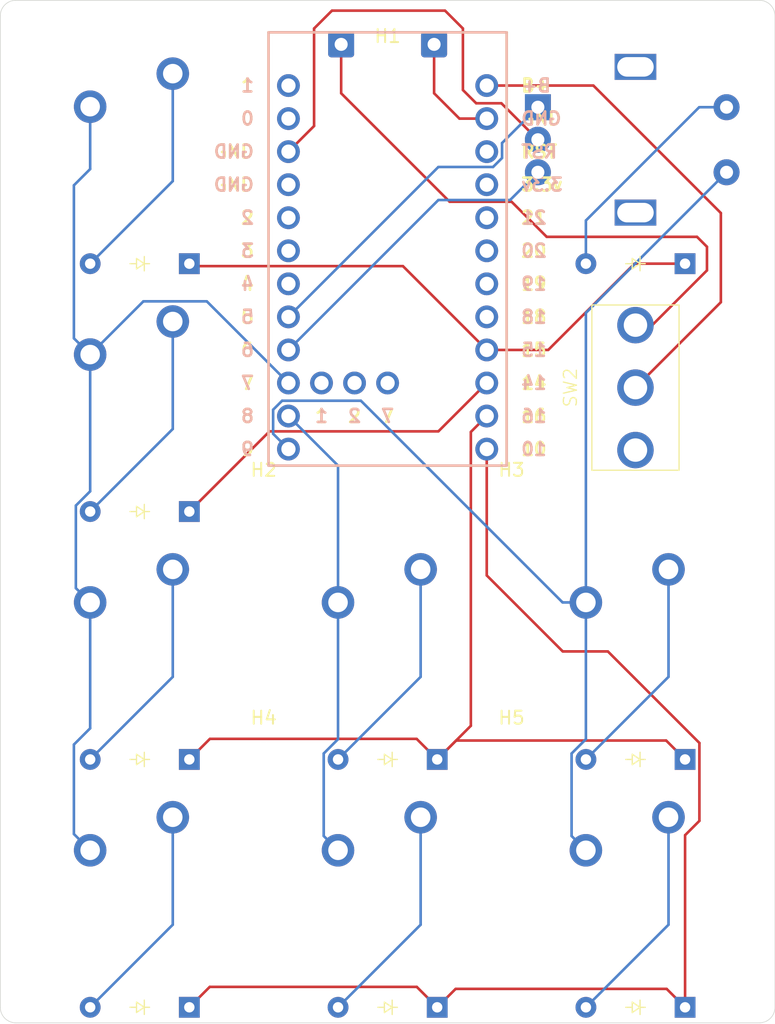
<source format=kicad_pcb>
(kicad_pcb (version 20241229) (generator "pcbnew") (generator_version "9.0")
  (layers (0 "F.Cu" signal) (2 "B.Cu" signal) (13 "F.Paste" user) (15 "B.Paste" user) (5 "F.SilkS" user "F.Silkscreen") (7 "B.SilkS" user "B.Silkscreen") (1 "F.Mask" user) (3 "B.Mask" user) (25 "Edge.Cuts" user))
  (net 0 "")
  (net 1 "Net-(SW2-A)")
  (net 2 "Net-(B-1-Pad1)")
  (net 3 "Net-(D1-A)")
  (net 4 "row_1")
  (net 5 "row_2")
  (net 6 "Net-(D2-A)")
  (net 7 "row_3")
  (net 8 "Net-(D3-A)")
  (net 9 "Net-(D4-A)")
  (net 10 "Net-(D5-A)")
  (net 11 "row_4")
  (net 12 "Net-(D6-A)")
  (net 13 "Net-(D7-A)")
  (net 14 "Net-(D8-A)")
  (net 15 "Net-(D9-A)")
  (net 16 "col_1")
  (net 17 "col_2")
  (net 18 "col_3")
  (net 19 "pin_b")
  (net 20 "gnd")
  (net 21 "pin_a")
  (net 22 "B+")
  (footprint "ScottoKeebs_Scotto:MX_Solder_1.00u" (layer "F.Cu") (at 85.725 42.8625)
    (property "Reference" "S1" (hide yes))
    (property "Value" "Keyswitch")
    (pad "" np_thru_hole circle (at -5.08 0) (size 1.75 1.75) (drill 1.75) (layers "*.Cu" "*.Mask"))
    (pad "" np_thru_hole circle (at 0 0) (size 4 4) (drill 4) (layers "*.Cu" "*.Mask"))
    (pad "" np_thru_hole circle (at 5.08 0) (size 1.75 1.75) (drill 1.75) (layers "*.Cu" "*.Mask"))
    (pad "1" thru_hole circle (at -3.81 -2.54) (size 2.5 2.5) (drill 1.5) (layers "*.Cu" "*.Mask") (net 16 "col_1"))
    (pad "2" thru_hole circle (at 2.54 -5.08) (size 2.5 2.5) (drill 1.5) (layers "*.Cu" "*.Mask") (net 3 "Net-(D1-A)"))
  )
  (footprint "ScottoKeebs_Components:Diode_DO-35" (layer "F.Cu") (at 89.5368 52.3886 180)
    (property "Reference" "D1" (hide yes))
    (property "Value" "Diode" (hide yes))
    (fp_line (start 4.06 0.4) (end 3.46 0) (stroke (width 0.1)) (layer "F.SilkS"))
    (fp_line (start 4.06 0) (end 4.56 0) (stroke (width 0.1)) (layer "F.SilkS"))
    (fp_line (start 4.06 -0.4) (end 4.06 0.4) (stroke (width 0.1)) (layer "F.SilkS"))
    (fp_line (start 3.46 0) (end 4.06 -0.4) (stroke (width 0.1)) (layer "F.SilkS"))
    (fp_line (start 3.46 -0.55) (end 3.46 0.55) (stroke (width 0.1)) (layer "F.SilkS"))
    (fp_line (start 3.06 0) (end 3.46 0) (stroke (width 0.1)) (layer "F.SilkS"))
    (pad "1" thru_hole rect (at 0 0 180) (size 1.6 1.6) (drill 0.8) (layers "*.Cu" "*.Mask") (net 4 "row_1"))
    (pad "2" thru_hole oval (at 7.62 0 180) (size 1.6 1.6) (drill 0.8) (layers "*.Cu" "*.Mask") (net 3 "Net-(D1-A)"))
  )
  (footprint "ScottoKeebs_Components:Diode_DO-35" (layer "F.Cu") (at 108.5872 90.4894 180)
    (property "Reference" "D4" (hide yes))
    (property "Value" "Diode" (hide yes))
    (fp_line (start 4.06 0.4) (end 3.46 0) (stroke (width 0.1)) (layer "F.SilkS"))
    (fp_line (start 4.06 0) (end 4.56 0) (stroke (width 0.1)) (layer "F.SilkS"))
    (fp_line (start 4.06 -0.4) (end 4.06 0.4) (stroke (width 0.1)) (layer "F.SilkS"))
    (fp_line (start 3.46 0) (end 4.06 -0.4) (stroke (width 0.1)) (layer "F.SilkS"))
    (fp_line (start 3.46 -0.55) (end 3.46 0.55) (stroke (width 0.1)) (layer "F.SilkS"))
    (fp_line (start 3.06 0) (end 3.46 0) (stroke (width 0.1)) (layer "F.SilkS"))
    (pad "1" thru_hole rect (at 0 0 180) (size 1.6 1.6) (drill 0.8) (layers "*.Cu" "*.Mask") (net 7 "row_3"))
    (pad "2" thru_hole oval (at 7.62 0 180) (size 1.6 1.6) (drill 0.8) (layers "*.Cu" "*.Mask") (net 9 "Net-(D4-A)"))
  )
  (footprint "ScottoKeebs_MCU:Nice_Nano_V2" (layer "F.Cu") (at 104.775 52.3875)
    (property "Reference" "U1" (hide yes))
    (property "Value" "Nice_Nano_V2" (hide yes))
    (fp_line (start -9.15 -17.78) (end -9.15 15.52) (stroke (width 0.2)) (layer "F.SilkS"))
    (fp_line (start 9.15 -17.78) (end -9.15 -17.78) (stroke (width 0.2)) (layer "F.SilkS"))
    (fp_line (start 9.15 -17.78) (end 9.15 15.52) (stroke (width 0.2)) (layer "F.SilkS"))
    (fp_line (start 9.15 15.52) (end -9.15 15.52) (stroke (width 0.2)) (layer "F.SilkS"))
    (fp_line (start -9.15 15.52) (end -9.15 -17.78) (stroke (width 0.2)) (layer "B.SilkS"))
    (fp_line (start 9.15 -17.78) (end -9.15 -17.78) (stroke (width 0.2)) (layer "B.SilkS"))
    (fp_line (start 9.15 15.52) (end -9.15 15.52) (stroke (width 0.2)) (layer "B.SilkS"))
    (fp_line (start 9.15 15.52) (end 9.15 -17.78) (stroke (width 0.2)) (layer "B.SilkS"))
    (fp_text user "10" (at 10.16 14.25 0) (layer "F.SilkS") (effects (font (thickness 0.2) (bold yes)) (justify left)))
    (fp_text user "16" (at 10.16 11.71 0) (layer "F.SilkS") (effects (font (thickness 0.2) (bold yes)) (justify left)))
    (fp_text user "0" (at -10.16 -11.15 0) (layer "F.SilkS") (effects (font (thickness 0.2) (bold yes)) (justify right)))
    (fp_text user "GND" (at -10.16 -6.07 0) (layer "F.SilkS") (effects (font (thickness 0.2) (bold yes)) (justify right)))
    (fp_text user "2" (at -10.16 -3.53 0) (layer "F.SilkS") (effects (font (thickness 0.2) (bold yes)) (justify right)))
    (fp_text user "19" (at 10.16 1.55 0) (layer "F.SilkS") (effects (font (thickness 0.2) (bold yes)) (justify left)))
    (fp_text user "6" (at -10.16 6.63 0) (layer "F.SilkS") (effects (font (thickness 0.2) (bold yes)) (justify right)))
    (fp_text user "3.3v" (at 10.16 -6.07 0) (layer "F.SilkS") (effects (font (thickness 0.2) (bold yes)) (justify left)))
    (fp_text user "18" (at 10.16 4.09 0) (layer "F.SilkS") (effects (font (thickness 0.2) (bold yes)) (justify left)))
    (fp_text user "3" (at -10.16 -0.99 0) (layer "F.SilkS") (effects (font (thickness 0.2) (bold yes)) (justify right)))
    (fp_text user "GND" (at -10.16 -8.61 0) (layer "F.SilkS") (effects (font (thickness 0.2) (bold yes)) (justify right)))
    (fp_text user "20" (at 10.16 -0.99 0) (layer "F.SilkS") (effects (font (thickness 0.2) (bold yes)) (justify left)))
    (fp_text user "GND" (at 10.16 -11.15 0) (layer "F.SilkS") (effects (font (thickness 0.2) (bold yes)) (justify left)))
    (fp_text user "1" (at -5.08 11.71 0) (layer "F.SilkS") (effects (font (thickness 0.2) (bold yes))))
    (fp_text user "B+" (at 10.16 -13.69 0) (layer "F.SilkS") (effects (font (thickness 0.2) (bold yes)) (justify left)))
    (fp_text user "4" (at -10.16 1.55 0) (layer "F.SilkS") (effects (font (thickness 0.2) (bold yes)) (justify right)))
    (fp_text user "7" (at 0 11.709998 0) (layer "F.SilkS") (effects (font (thickness 0.2) (bold yes))))
    (fp_text user "8" (at -10.16 11.71 0) (layer "F.SilkS") (effects (font (thickness 0.2) (bold yes)) (justify right)))
    (fp_text user "21" (at 10.16 -3.53 0) (layer "F.SilkS") (effects (font (thickness 0.2) (bold yes)) (justify left)))
    (fp_text user "9" (at -10.16 14.25 0) (layer "F.SilkS") (effects (font (thickness 0.2) (bold yes)) (justify right)))
    (fp_text user "1" (at -10.16 -13.69 0) (layer "F.SilkS") (effects (font (thickness 0.2) (bold yes)) (justify right)))
    (fp_text user "14" (at 10.16 9.17 0) (layer "F.SilkS") (effects (font (thickness 0.2) (bold yes)) (justify left)))
    (fp_text user "5" (at -10.16 4.09 0) (layer "F.SilkS") (effects (font (thickness 0.2) (bold yes)) (justify right)))
    (fp_text user "2" (at -2.54 11.71 0) (layer "F.SilkS") (effects (font (thickness 0.2) (bold yes))))
    (fp_text user "15" (at 10.16 6.63 0) (layer "F.SilkS") (effects (font (thickness 0.2) (bold yes)) (justify left)))
    (fp_text user "7" (at -10.16 9.17 0) (layer "F.SilkS") (effects (font (thickness 0.2) (bold yes)) (justify right)))
    (fp_text user "RST" (at 10.16 -8.61 0) (layer "F.SilkS") (effects (font (thickness 0.2) (bold yes)) (justify left)))
    (fp_text user "7" (at -10.16 9.17 0) (layer "B.SilkS") (effects (font (thickness 0.2) (bold yes)) (justify left mirror)))
    (fp_text user "GND" (at -10.16 -6.07 0) (layer "B.SilkS") (effects (font (thickness 0.2) (bold yes)) (justify left mirror)))
    (fp_text user "3" (at -10.16 -0.99 0) (layer "B.SilkS") (effects (font (thickness 0.2) (bold yes)) (justify left mirror)))
    (fp_text user "20" (at 10.16 -0.99 0) (layer "B.SilkS") (effects (font (thickness 0.2) (bold yes)) (justify right mirror)))
    (fp_text user "7" (at 0 11.709998 0) (layer "B.SilkS") (effects (font (thickness 0.2) (bold yes)) (justify mirror)))
    (fp_text user "1" (at -10.16 -13.69 0) (layer "B.SilkS") (effects (font (thickness 0.2) (bold yes)) (justify left mirror)))
    (fp_text user "8" (at -10.16 11.71 0) (layer "B.SilkS") (effects (font (thickness 0.2) (bold yes)) (justify left mirror)))
    (fp_text user "2" (at -10.16 -3.53 0) (layer "B.SilkS") (effects (font (thickness 0.2) (bold yes)) (justify left mirror)))
    (fp_text user "2" (at -2.54 11.71 0) (layer "B.SilkS") (effects (font (thickness 0.2) (bold yes)) (justify mirror)))
    (fp_text user "16" (at 10.16 11.71 0) (layer "B.SilkS") (effects (font (thickness 0.2) (bold yes)) (justify right mirror)))
    (fp_text user "GND" (at 10.16 -11.15 0) (layer "B.SilkS") (effects (font (thickness 0.2) (bold yes)) (justify right mirror)))
    (fp_text user "RST" (at 10.16 -8.61 0) (layer "B.SilkS") (effects (font (thickness 0.2) (bold yes)) (justify right mirror)))
    (fp_text user "19" (at 10.16 1.55 0) (layer "B.SilkS") (effects (font (thickness 0.2) (bold yes)) (justify right mirror)))
    (fp_text user "21" (at 10.16 -3.53 0) (layer "B.SilkS") (effects (font (thickness 0.2) (bold yes)) (justify right mirror)))
    (fp_text user "14" (at 10.16 9.17 0) (layer "B.SilkS") (effects (font (thickness 0.2) (bold yes)) (justify right mirror)))
    (fp_text user "9" (at -10.16 14.25 0) (layer "B.SilkS") (effects (font (thickness 0.2) (bold yes)) (justify left mirror)))
    (fp_text user "0" (at -10.16 -11.15 0) (layer "B.SilkS") (effects (font (thickness 0.2) (bold yes)) (justify left mirror)))
    (fp_text user "B+" (at 10.16 -13.69 0) (layer "B.SilkS") (effects (font (thickness 0.2) (bold yes)) (justify right mirror)))
    (fp_text user "3.3v" (at 10.16 -6.07 0) (layer "B.SilkS") (effects (font (thickness 0.2) (bold yes)) (justify right mirror)))
    (fp_text user "18" (at 10.16 4.09 0) (layer "B.SilkS") (effects (font (thickness 0.2) (bold yes)) (justify right mirror)))
    (fp_text user "15" (at 10.16 6.63 0) (layer "B.SilkS") (effects (font (thickness 0.2) (bold yes)) (justify right mirror)))
    (fp_text user "10" (at 10.16 14.25 0) (layer "B.SilkS") (effects (font (thickness 0.2) (bold yes)) (justify right mirror)))
    (fp_text user "6" (at -10.16 6.63 0) (layer "B.SilkS") (effects (font (thickness 0.2) (bold yes)) (justify left mirror)))
    (fp_text user "5" (at -10.16 4.09 0) (layer "B.SilkS") (effects (font (thickness 0.2) (bold yes)) (justify left mirror)))
    (fp_text user "1" (at -5.08 11.71 0) (layer "B.SilkS") (effects (font (thickness 0.2) (bold yes)) (justify mirror)))
    (fp_text user "4" (at -10.16 1.55 0) (layer "B.SilkS") (effects (font (thickness 0.2) (bold yes)) (justify left mirror)))
    (fp_text user "GND" (at -10.16 -8.61 0) (layer "B.SilkS") (effects (font (thickness 0.2) (bold yes)) (justify left mirror)))
    (pad "1" thru_hole circle (at -7.62 -13.69 270) (size 1.7526 1.7526) (drill 1.0922) (layers "*.Cu" "*.Mask"))
    (pad "2" thru_hole circle (at -7.62 -11.15 270) (size 1.7526 1.7526) (drill 1.0922) (layers "*.Cu" "*.Mask"))
    (pad "3" thru_hole circle (at -7.62 -8.61 270) (size 1.7526 1.7526) (drill 1.0922) (layers "*.Cu" "*.Mask") (net 20 "gnd"))
    (pad "4" thru_hole circle (at -7.62 -6.07 270) (size 1.7526 1.7526) (drill 1.0922) (layers "*.Cu" "*.Mask"))
    (pad "5" thru_hole circle (at -7.62 -3.53 270) (size 1.7526 1.7526) (drill 1.0922) (layers "*.Cu" "*.Mask"))
    (pad "6" thru_hole circle (at -7.62 -0.99 270) (size 1.7526 1.7526) (drill 1.0922) (layers "*.Cu" "*.Mask"))
    (pad "7" thru_hole circle (at -7.62 1.55 270) (size 1.7526 1.7526) (drill 1.0922) (layers "*.Cu" "*.Mask"))
    (pad "8" thru_hole circle (at -7.62 4.09 270) (size 1.7526 1.7526) (drill 1.0922) (layers "*.Cu" "*.Mask") (net 21 "pin_a"))
    (pad "9" thru_hole circle (at -7.62 6.63 270) (size 1.7526 1.7526) (drill 1.0922) (layers "*.Cu" "*.Mask") (net 19 "pin_b"))
    (pad "10" thru_hole circle (at -7.62 9.17 270) (size 1.7526 1.7526) (drill 1.0922) (layers "*.Cu" "*.Mask") (net 16 "col_1"))
    (pad "11" thru_hole circle (at -7.62 11.71 270) (size 1.7526 1.7526) (drill 1.0922) (layers "*.Cu" "*.Mask") (net 17 "col_2"))
    (pad "12" thru_hole circle (at -7.62 14.25 270) (size 1.7526 1.7526) (drill 1.0922) (layers "*.Cu" "*.Mask") (net 18 "col_3"))
    (pad "13" thru_hole circle (at 7.62 14.25 270) (size 1.7526 1.7526) (drill 1.0922) (layers "*.Cu" "*.Mask") (net 11 "row_4"))
    (pad "14" thru_hole circle (at 7.62 11.71 270) (size 1.7526 1.7526) (drill 1.0922) (layers "*.Cu" "*.Mask") (net 7 "row_3"))
    (pad "15" thru_hole circle (at 7.62 9.17 270) (size 1.7526 1.7526) (drill 1.0922) (layers "*.Cu" "*.Mask") (net 5 "row_2"))
    (pad "16" thru_hole circle (at 7.62 6.63 270) (size 1.7526 1.7526) (drill 1.0922) (layers "*.Cu" "*.Mask") (net 4 "row_1"))
    (pad "17" thru_hole circle (at 7.62 4.09 270) (size 1.7526 1.7526) (drill 1.0922) (layers "*.Cu" "*.Mask"))
    (pad "18" thru_hole circle (at 7.62 1.55 270) (size 1.7526 1.7526) (drill 1.0922) (layers "*.Cu" "*.Mask"))
    (pad "19" thru_hole circle (at 7.62 -0.99 270) (size 1.7526 1.7526) (drill 1.0922) (layers "*.Cu" "*.Mask"))
    (pad "20" thru_hole circle (at 7.62 -3.53 270) (size 1.7526 1.7526) (drill 1.0922) (layers "*.Cu" "*.Mask"))
    (pad "21" thru_hole circle (at 7.62 -6.07 270) (size 1.7526 1.7526) (drill 1.0922) (layers "*.Cu" "*.Mask"))
    (pad "22" thru_hole circle (at 7.62 -8.61 270) (size 1.7526 1.7526) (drill 1.0922) (layers "*.Cu" "*.Mask"))
    (pad "23" thru_hole circle (at 7.62 -11.15 270) (size 1.7526 1.7526) (drill 1.0922) (layers "*.Cu" "*.Mask") (net 2 "Net-(B-1-Pad1)"))
    (pad "24" thru_hole circle (at 7.62 -13.69 270) (size 1.7526 1.7526) (drill 1.0922) (layers "*.Cu" "*.Mask") (net 22 "B+"))
    (pad "25" thru_hole circle (at -5.08 9.17) (size 1.7526 1.7526) (drill 1.0922) (layers "*.Cu" "*.Mask"))
    (pad "26" thru_hole circle (at -2.54 9.17) (size 1.7526 1.7526) (drill 1.0922) (layers "*.Cu" "*.Mask"))
    (pad "27" thru_hole circle (at 0 9.17) (size 1.7526 1.7526) (drill 1.0922) (layers "*.Cu" "*.Mask"))
  )
  (footprint "ScottoKeebs_Scotto:MX_Solder_1.00u" (layer "F.Cu") (at 123.825 100.0125)
    (property "Reference" "S8" (hide yes))
    (property "Value" "Keyswitch")
    (pad "" np_thru_hole circle (at -5.08 0) (size 1.75 1.75) (drill 1.75) (layers "*.Cu" "*.Mask"))
    (pad "" np_thru_hole circle (at 0 0) (size 4 4) (drill 4) (layers "*.Cu" "*.Mask"))
    (pad "" np_thru_hole circle (at 5.08 0) (size 1.75 1.75) (drill 1.75) (layers "*.Cu" "*.Mask"))
    (pad "1" thru_hole circle (at -3.81 -2.54) (size 2.5 2.5) (drill 1.5) (layers "*.Cu" "*.Mask") (net 18 "col_3"))
    (pad "2" thru_hole circle (at 2.54 -5.08) (size 2.5 2.5) (drill 1.5) (layers "*.Cu" "*.Mask") (net 14 "Net-(D8-A)"))
  )
  (footprint "MountingHole:MountingHole_2.2mm_M2" (layer "F.Cu") (at 104.775 38.1008)
    (property "Reference" "H1" (at 0 -3.2 0) (layer "F.SilkS"))
    (property "Value" "Mounting_Hole")
    (pad "" np_thru_hole circle (at 0 0) (size 2.2 2.2) (drill 2.2) (layers "*.Cu" "*.Mask"))
  )
  (footprint "ScottoKeebs_Scotto:MX_Solder_1.00u" (layer "F.Cu") (at 85.725 61.9125)
    (property "Reference" "S2" (hide yes))
    (property "Value" "Keyswitch")
    (pad "" np_thru_hole circle (at -5.08 0) (size 1.75 1.75) (drill 1.75) (layers "*.Cu" "*.Mask"))
    (pad "" np_thru_hole circle (at 0 0) (size 4 4) (drill 4) (layers "*.Cu" "*.Mask"))
    (pad "" np_thru_hole circle (at 5.08 0) (size 1.75 1.75) (drill 1.75) (layers "*.Cu" "*.Mask"))
    (pad "1" thru_hole circle (at -3.81 -2.54) (size 2.5 2.5) (drill 1.5) (layers "*.Cu" "*.Mask") (net 16 "col_1"))
    (pad "2" thru_hole circle (at 2.54 -5.08) (size 2.5 2.5) (drill 1.5) (layers "*.Cu" "*.Mask") (net 6 "Net-(D2-A)"))
  )
  (footprint "ScottoKeebs_Scotto:Encoder_EC11_MX" (layer "F.Cu") (at 123.825 42.8625)
    (property "Reference" "SW1" (hide yes))
    (property "Value" "RotaryEncoder_Switch" (hide yes))
    (pad "A" thru_hole rect (at -7.5 -2.5) (size 2 2) (drill 1) (layers "*.Cu" "*.Mask") (net 21 "pin_a"))
    (pad "B" thru_hole circle (at -7.5 2.5) (size 2 2) (drill 1) (layers "*.Cu" "*.Mask") (net 19 "pin_b"))
    (pad "C" thru_hole circle (at -7.5 0) (size 2 2) (drill 1) (layers "*.Cu" "*.Mask") (net 20 "gnd"))
    (pad "MP" thru_hole rect (at 0 -5.6) (size 3.2 2) (drill oval 2.8 1.5) (layers "*.Cu" "*.Mask"))
    (pad "MP" thru_hole rect (at 0 5.6) (size 3.2 2) (drill oval 2.8 1.5) (layers "*.Cu" "*.Mask"))
    (pad "S1" thru_hole circle (at 7 2.5) (size 2 2) (drill 1) (layers "*.Cu" "*.Mask") (net 18 "col_3"))
    (pad "S2" thru_hole circle (at 7 -2.5) (size 2 2) (drill 1) (layers "*.Cu" "*.Mask") (net 15 "Net-(D9-A)"))
  )
  (footprint "ScottoKeebs_Scotto:MX_Solder_1.00u" (layer "F.Cu") (at 104.775 80.9625)
    (property "Reference" "S4" (hide yes))
    (property "Value" "Keyswitch")
    (pad "" np_thru_hole circle (at -5.08 0) (size 1.75 1.75) (drill 1.75) (layers "*.Cu" "*.Mask"))
    (pad "" np_thru_hole circle (at 0 0) (size 4 4) (drill 4) (layers "*.Cu" "*.Mask"))
    (pad "" np_thru_hole circle (at 5.08 0) (size 1.75 1.75) (drill 1.75) (layers "*.Cu" "*.Mask"))
    (pad "1" thru_hole circle (at -3.81 -2.54) (size 2.5 2.5) (drill 1.5) (layers "*.Cu" "*.Mask") (net 17 "col_2"))
    (pad "2" thru_hole circle (at 2.54 -5.08) (size 2.5 2.5) (drill 1.5) (layers "*.Cu" "*.Mask") (net 9 "Net-(D4-A)"))
  )
  (footprint "ScottoKeebs_Components:Diode_DO-35" (layer "F.Cu") (at 108.5872 109.5398 180)
    (property "Reference" "D7" (hide yes))
    (property "Value" "Diode" (hide yes))
    (fp_line (start 4.06 0.4) (end 3.46 0) (stroke (width 0.1)) (layer "F.SilkS"))
    (fp_line (start 4.06 0) (end 4.56 0) (stroke (width 0.1)) (layer "F.SilkS"))
    (fp_line (start 4.06 -0.4) (end 4.06 0.4) (stroke (width 0.1)) (layer "F.SilkS"))
    (fp_line (start 3.46 0) (end 4.06 -0.4) (stroke (width 0.1)) (layer "F.SilkS"))
    (fp_line (start 3.46 -0.55) (end 3.46 0.55) (stroke (width 0.1)) (layer "F.SilkS"))
    (fp_line (start 3.06 0) (end 3.46 0) (stroke (width 0.1)) (layer "F.SilkS"))
    (pad "1" thru_hole rect (at 0 0 180) (size 1.6 1.6) (drill 0.8) (layers "*.Cu" "*.Mask") (net 11 "row_4"))
    (pad "2" thru_hole oval (at 7.62 0 180) (size 1.6 1.6) (drill 0.8) (layers "*.Cu" "*.Mask") (net 13 "Net-(D7-A)"))
  )
  (footprint "ScottoKeebs_Scotto:MX_Solder_1.00u" (layer "F.Cu") (at 123.825 80.9625)
    (property "Reference" "S5" (hide yes))
    (property "Value" "Keyswitch")
    (pad "" np_thru_hole circle (at -5.08 0) (size 1.75 1.75) (drill 1.75) (layers "*.Cu" "*.Mask"))
    (pad "" np_thru_hole circle (at 0 0) (size 4 4) (drill 4) (layers "*.Cu" "*.Mask"))
    (pad "" np_thru_hole circle (at 5.08 0) (size 1.75 1.75) (drill 1.75) (layers "*.Cu" "*.Mask"))
    (pad "1" thru_hole circle (at -3.81 -2.54) (size 2.5 2.5) (drill 1.5) (layers "*.Cu" "*.Mask") (net 18 "col_3"))
    (pad "2" thru_hole circle (at 2.54 -5.08) (size 2.5 2.5) (drill 1.5) (layers "*.Cu" "*.Mask") (net 10 "Net-(D5-A)"))
  )
  (footprint "MountingHole:MountingHole_2.2mm_M2" (layer "F.Cu") (at 95.25 71.4375)
    (property "Reference" "H2" (at 0 -3.2 0) (layer "F.SilkS"))
    (property "Value" "Mounting_Hole")
    (pad "" np_thru_hole circle (at 0 0) (size 2.2 2.2) (drill 2.2) (layers "*.Cu" "*.Mask"))
  )
  (footprint "ScottoKeebs_Scotto:MX_Solder_1.00u" (layer "F.Cu") (at 85.725 100.0125)
    (property "Reference" "S6" (hide yes))
    (property "Value" "Keyswitch")
    (pad "" np_thru_hole circle (at -5.08 0) (size 1.75 1.75) (drill 1.75) (layers "*.Cu" "*.Mask"))
    (pad "" np_thru_hole circle (at 0 0) (size 4 4) (drill 4) (layers "*.Cu" "*.Mask"))
    (pad "" np_thru_hole circle (at 5.08 0) (size 1.75 1.75) (drill 1.75) (layers "*.Cu" "*.Mask"))
    (pad "1" thru_hole circle (at -3.81 -2.54) (size 2.5 2.5) (drill 1.5) (layers "*.Cu" "*.Mask") (net 16 "col_1"))
    (pad "2" thru_hole circle (at 2.54 -5.08) (size 2.5 2.5) (drill 1.5) (layers "*.Cu" "*.Mask") (net 12 "Net-(D6-A)"))
  )
  (footprint "ScottoKeebs_Components:Diode_DO-35" (layer "F.Cu") (at 127.6376 90.4894 180)
    (property "Reference" "D5" (hide yes))
    (property "Value" "Diode" (hide yes))
    (fp_line (start 4.06 0.4) (end 3.46 0) (stroke (width 0.1)) (layer "F.SilkS"))
    (fp_line (start 4.06 0) (end 4.56 0) (stroke (width 0.1)) (layer "F.SilkS"))
    (fp_line (start 4.06 -0.4) (end 4.06 0.4) (stroke (width 0.1)) (layer "F.SilkS"))
    (fp_line (start 3.46 0) (end 4.06 -0.4) (stroke (width 0.1)) (layer "F.SilkS"))
    (fp_line (start 3.46 -0.55) (end 3.46 0.55) (stroke (width 0.1)) (layer "F.SilkS"))
    (fp_line (start 3.06 0) (end 3.46 0) (stroke (width 0.1)) (layer "F.SilkS"))
    (pad "1" thru_hole rect (at 0 0 180) (size 1.6 1.6) (drill 0.8) (layers "*.Cu" "*.Mask") (net 7 "row_3"))
    (pad "2" thru_hole oval (at 7.62 0 180) (size 1.6 1.6) (drill 0.8) (layers "*.Cu" "*.Mask") (net 10 "Net-(D5-A)"))
  )
  (footprint "ScottoKeebs_Components:Diode_DO-35" (layer "F.Cu") (at 127.6376 109.5398 180)
    (property "Reference" "D8" (hide yes))
    (property "Value" "Diode" (hide yes))
    (fp_line (start 4.06 0.4) (end 3.46 0) (stroke (width 0.1)) (layer "F.SilkS"))
    (fp_line (start 4.06 0) (end 4.56 0) (stroke (width 0.1)) (layer "F.SilkS"))
    (fp_line (start 4.06 -0.4) (end 4.06 0.4) (stroke (width 0.1)) (layer "F.SilkS"))
    (fp_line (start 3.46 0) (end 4.06 -0.4) (stroke (width 0.1)) (layer "F.SilkS"))
    (fp_line (start 3.46 -0.55) (end 3.46 0.55) (stroke (width 0.1)) (layer "F.SilkS"))
    (fp_line (start 3.06 0) (end 3.46 0) (stroke (width 0.1)) (layer "F.SilkS"))
    (pad "1" thru_hole rect (at 0 0 180) (size 1.6 1.6) (drill 0.8) (layers "*.Cu" "*.Mask") (net 11 "row_4"))
    (pad "2" thru_hole oval (at 7.62 0 180) (size 1.6 1.6) (drill 0.8) (layers "*.Cu" "*.Mask") (net 14 "Net-(D8-A)"))
  )
  (footprint "ScottoKeebs_Components:Diode_DO-35" (layer "F.Cu") (at 89.5368 90.4894 180)
    (property "Reference" "D3" (hide yes))
    (property "Value" "Diode" (hide yes))
    (fp_line (start 4.06 0.4) (end 3.46 0) (stroke (width 0.1)) (layer "F.SilkS"))
    (fp_line (start 4.06 0) (end 4.56 0) (stroke (width 0.1)) (layer "F.SilkS"))
    (fp_line (start 4.06 -0.4) (end 4.06 0.4) (stroke (width 0.1)) (layer "F.SilkS"))
    (fp_line (start 3.46 0) (end 4.06 -0.4) (stroke (width 0.1)) (layer "F.SilkS"))
    (fp_line (start 3.46 -0.55) (end 3.46 0.55) (stroke (width 0.1)) (layer "F.SilkS"))
    (fp_line (start 3.06 0) (end 3.46 0) (stroke (width 0.1)) (layer "F.SilkS"))
    (pad "1" thru_hole rect (at 0 0 180) (size 1.6 1.6) (drill 0.8) (layers "*.Cu" "*.Mask") (net 7 "row_3"))
    (pad "2" thru_hole oval (at 7.62 0 180) (size 1.6 1.6) (drill 0.8) (layers "*.Cu" "*.Mask") (net 8 "Net-(D3-A)"))
  )
  (footprint "ScottoKeebs_Scotto:MX_Solder_1.00u" (layer "F.Cu") (at 104.775 100.0125)
    (property "Reference" "S7" (hide yes))
    (property "Value" "Keyswitch")
    (pad "" np_thru_hole circle (at -5.08 0) (size 1.75 1.75) (drill 1.75) (layers "*.Cu" "*.Mask"))
    (pad "" np_thru_hole circle (at 0 0) (size 4 4) (drill 4) (layers "*.Cu" "*.Mask"))
    (pad "" np_thru_hole circle (at 5.08 0) (size 1.75 1.75) (drill 1.75) (layers "*.Cu" "*.Mask"))
    (pad "1" thru_hole circle (at -3.81 -2.54) (size 2.5 2.5) (drill 1.5) (layers "*.Cu" "*.Mask") (net 17 "col_2"))
    (pad "2" thru_hole circle (at 2.54 -5.08) (size 2.5 2.5) (drill 1.5) (layers "*.Cu" "*.Mask") (net 13 "Net-(D7-A)"))
  )
  (footprint "ScottoKeebs_Components:Diode_DO-35" (layer "F.Cu") (at 89.5368 109.5375 180)
    (property "Reference" "D6" (hide yes))
    (property "Value" "Diode" (hide yes))
    (fp_line (start 4.06 0.4) (end 3.46 0) (stroke (width 0.1)) (layer "F.SilkS"))
    (fp_line (start 4.06 0) (end 4.56 0) (stroke (width 0.1)) (layer "F.SilkS"))
    (fp_line (start 4.06 -0.4) (end 4.06 0.4) (stroke (width 0.1)) (layer "F.SilkS"))
    (fp_line (start 3.46 0) (end 4.06 -0.4) (stroke (width 0.1)) (layer "F.SilkS"))
    (fp_line (start 3.46 -0.55) (end 3.46 0.55) (stroke (width 0.1)) (layer "F.SilkS"))
    (fp_line (start 3.06 0) (end 3.46 0) (stroke (width 0.1)) (layer "F.SilkS"))
    (pad "1" thru_hole rect (at 0 0 180) (size 1.6 1.6) (drill 0.8) (layers "*.Cu" "*.Mask") (net 11 "row_4"))
    (pad "2" thru_hole oval (at 7.62 0 180) (size 1.6 1.6) (drill 0.8) (layers "*.Cu" "*.Mask") (net 12 "Net-(D6-A)"))
  )
  (footprint "MountingHole:MountingHole_2.2mm_M2" (layer "F.Cu") (at 114.3 90.4875)
    (property "Reference" "H5" (at 0 -3.2 0) (layer "F.SilkS"))
    (property "Value" "Mounting_Hole")
    (pad "" np_thru_hole circle (at 0 0) (size 2.2 2.2) (drill 2.2) (layers "*.Cu" "*.Mask"))
  )
  (footprint "MountingHole:MountingHole_2.2mm_M2" (layer "F.Cu") (at 95.25 90.4875)
    (property "Reference" "H4" (at 0 -3.2 0) (layer "F.SilkS"))
    (property "Value" "Mounting_Hole")
    (pad "" np_thru_hole circle (at 0 0) (size 2.2 2.2) (drill 2.2) (layers "*.Cu" "*.Mask"))
  )
  (footprint "ScottoKeebs_Scotto:MX_Solder_1.00u" (layer "F.Cu") (at 85.725 80.9625)
    (property "Reference" "S3" (hide yes))
    (property "Value" "Keyswitch")
    (pad "" np_thru_hole circle (at -5.08 0) (size 1.75 1.75) (drill 1.75) (layers "*.Cu" "*.Mask"))
    (pad "" np_thru_hole circle (at 0 0) (size 4 4) (drill 4) (layers "*.Cu" "*.Mask"))
    (pad "" np_thru_hole circle (at 5.08 0) (size 1.75 1.75) (drill 1.75) (layers "*.Cu" "*.Mask"))
    (pad "1" thru_hole circle (at -3.81 -2.54) (size 2.5 2.5) (drill 1.5) (layers "*.Cu" "*.Mask") (net 16 "col_1"))
    (pad "2" thru_hole circle (at 2.54 -5.08) (size 2.5 2.5) (drill 1.5) (layers "*.Cu" "*.Mask") (net 8 "Net-(D3-A)"))
  )
  (footprint "MountingHole:MountingHole_2.2mm_M2" (layer "F.Cu") (at 114.3 71.4375)
    (property "Reference" "H3" (at 0 -3.2 0) (layer "F.SilkS"))
    (property "Value" "Mounting_Hole")
    (pad "" np_thru_hole circle (at 0 0) (size 2.2 2.2) (drill 2.2) (layers "*.Cu" "*.Mask"))
  )
  (footprint "ScottoKeebs_Scotto:TestPoint" (layer "F.Cu") (at 108.34915 35.5325)
    (property "Reference" "B-1" (hide yes))
    (property "Value" "TestPoint" (hide yes))
    (pad "1" thru_hole roundrect (at 0 0) (size 2 2) (drill 1) (layers "*.Cu" "*.Mask") (roundrect_rratio 0.125) (net 2 "Net-(B-1-Pad1)"))
  )
  (footprint "lander03xD:SW_Vertical_Slide_5mm" (layer "F.Cu") (at 123.825 61.9125 90)
    (property "Reference" "SW2" (at 0 -5 90) (layer "F.SilkS") (effects (font (thickness 0.1))))
    (property "Value" "SW_SPDT_312" (hide yes))
    (fp_line (start 6.35 -3.35) (end -6.35 -3.35) (stroke (width 0.1)) (layer "F.SilkS"))
    (fp_line (start -6.35 -3.35) (end -6.35 3.35) (stroke (width 0.1)) (layer "F.SilkS"))
    (fp_line (start 6.35 3.35) (end 6.35 -3.35) (stroke (width 0.1)) (layer "F.SilkS"))
    (fp_line (start 6.35 3.35) (end -6.35 3.35) (stroke (width 0.1)) (layer "F.SilkS"))
    (pad "1" thru_hole circle (at 0 0 90) (size 2.8 2.8) (drill 1.8) (layers "*.Cu" "*.Mask") (net 22 "B+"))
    (pad "2" thru_hole circle (at -4.8 0 90) (size 2.8 2.8) (drill 1.8) (layers "*.Cu" "*.Mask"))
    (pad "3" thru_hole circle (at 4.8 0 90) (size 2.8 2.8) (drill 1.8) (layers "*.Cu" "*.Mask") (net 1 "Net-(SW2-A)"))
  )
  (footprint "ScottoKeebs_Components:Diode_DO-35" (layer "F.Cu") (at 89.5368 71.4375 180)
    (property "Reference" "D2" (hide yes))
    (property "Value" "Diode" (hide yes))
    (fp_line (start 4.06 0.4) (end 3.46 0) (stroke (width 0.1)) (layer "F.SilkS"))
    (fp_line (start 4.06 0) (end 4.56 0) (stroke (width 0.1)) (layer "F.SilkS"))
    (fp_line (start 4.06 -0.4) (end 4.06 0.4) (stroke (width 0.1)) (layer "F.SilkS"))
    (fp_line (start 3.46 0) (end 4.06 -0.4) (stroke (width 0.1)) (layer "F.SilkS"))
    (fp_line (start 3.46 -0.55) (end 3.46 0.55) (stroke (width 0.1)) (layer "F.SilkS"))
    (fp_line (start 3.06 0) (end 3.46 0) (stroke (width 0.1)) (layer "F.SilkS"))
    (pad "1" thru_hole rect (at 0 0 180) (size 1.6 1.6) (drill 0.8) (layers "*.Cu" "*.Mask") (net 5 "row_2"))
    (pad "2" thru_hole oval (at 7.62 0 180) (size 1.6 1.6) (drill 0.8) (layers "*.Cu" "*.Mask") (net 6 "Net-(D2-A)"))
  )
  (footprint "ScottoKeebs_Components:Diode_DO-35" (layer "F.Cu") (at 127.635 52.3875 180)
    (property "Reference" "D9" (hide yes))
    (property "Value" "Diode" (hide yes))
    (fp_line (start 4.06 0.4) (end 3.46 0) (stroke (width 0.1)) (layer "F.SilkS"))
    (fp_line (start 4.06 0) (end 4.56 0) (stroke (width 0.1)) (layer "F.SilkS"))
    (fp_line (start 4.06 -0.4) (end 4.06 0.4) (stroke (width 0.1)) (layer "F.SilkS"))
    (fp_line (start 3.46 0) (end 4.06 -0.4) (stroke (width 0.1)) (layer "F.SilkS"))
    (fp_line (start 3.46 -0.55) (end 3.46 0.55) (stroke (width 0.1)) (layer "F.SilkS"))
    (fp_line (start 3.06 0) (end 3.46 0) (stroke (width 0.1)) (layer "F.SilkS"))
    (pad "1" thru_hole rect (at 0 0 180) (size 1.6 1.6) (drill 0.8) (layers "*.Cu" "*.Mask") (net 4 "row_1"))
    (pad "2" thru_hole oval (at 7.62 0 180) (size 1.6 1.6) (drill 0.8) (layers "*.Cu" "*.Mask") (net 15 "Net-(D9-A)"))
  )
  (footprint "ScottoKeebs_Scotto:TestPoint" (layer "F.Cu") (at 101.20525 35.5325)
    (property "Reference" "B+1" (hide yes))
    (property "Value" "TestPoint" (hide yes))
    (pad "1" thru_hole roundrect (at 0 0) (size 2 2) (drill 1) (layers "*.Cu" "*.Mask") (roundrect_rratio 0.125) (net 1 "Net-(SW2-A)"))
  )
  (gr_arc (start 75.01095 33.3382) (mid 75.359683 32.496283) (end 76.2016 32.14755) (stroke (width 0.05)) (layer "Edge.Cuts"))
  (gr_line (start 134.54345 109.5398) (end 134.54345 33.3382) (stroke (width 0.05)) (layer "Edge.Cuts"))
  (gr_arc (start 134.54345 109.5398) (mid 134.194717 110.381717) (end 133.3528 110.73045) (stroke (width 0.05)) (layer "Edge.Cuts"))
  (gr_line (start 75.01095 33.3382) (end 75.01095 109.5398) (stroke (width 0.05)) (layer "Edge.Cuts"))
  (gr_line (start 76.2016 110.73045) (end 133.3528 110.73045) (stroke (width 0.05)) (layer "Edge.Cuts"))
  (gr_line (start 133.3528 32.14755) (end 76.2016 32.14755) (stroke (width 0.05)) (layer "Edge.Cuts"))
  (gr_arc (start 76.2016 110.73045) (mid 75.359683 110.381717) (end 75.01095 109.5398) (stroke (width 0.05)) (layer "Edge.Cuts"))
  (gr_arc (start 133.3528 32.14755) (mid 134.194717 32.496283) (end 134.54345 33.3382) (stroke (width 0.05)) (layer "Edge.Cuts"))
  (segment (start 109.5398 47.626) (end 101.20525 39.29145) (width 0.2) (layer "F.Cu") (net 1))
  (segment (start 125.112 57.1125) (end 129.32 52.9045) (width 0.2) (layer "F.Cu") (net 1))
  (segment (start 114.3024 47.626) (end 109.5398 47.626) (width 0.2) (layer "F.Cu") (net 1))
  (segment (start 128.5575 50.325) (end 117.0014 50.325) (width 0.2) (layer "F.Cu") (net 1))
  (segment (start 117.0014 50.325) (end 114.3024 47.626) (width 0.2) (layer "F.Cu") (net 1))
  (segment (start 123.825 57.1125) (end 125.112 57.1125) (width 0.2) (layer "F.Cu") (net 1))
  (segment (start 129.32 51.0875) (end 129.32 52.9045) (width 0.2) (layer "F.Cu") (net 1))
  (segment (start 101.20525 39.29145) (end 101.20525 35.5325) (width 0.2) (layer "F.Cu") (net 1))
  (segment (start 129.32 51.0875) (end 128.5575 50.325) (width 0.2) (layer "F.Cu") (net 1))
  (segment (start 108.34915 39.29145) (end 108.34915 35.5325) (width 0.2) (layer "F.Cu") (net 2))
  (segment (start 112.395 41.2375) (end 110.2952 41.2375) (width 0.2) (layer "F.Cu") (net 2))
  (segment (start 110.2952 41.2375) (end 108.34915 39.29145) (width 0.2) (layer "F.Cu") (net 2))
  (segment (start 81.9168 52.3886) (end 88.265 46.0404) (width 0.2) (layer "B.Cu") (net 3))
  (segment (start 88.265 46.0404) (end 88.265 37.7825) (width 0.2) (layer "B.Cu") (net 3))
  (segment (start 127.635 52.3875) (end 123.75 52.3875) (width 0.2) (layer "F.Cu") (net 4))
  (segment (start 89.723 52.5748) (end 105.9523 52.5748) (width 0.2) (layer "F.Cu") (net 4))
  (segment (start 105.9523 52.5748) (end 112.395 59.0175) (width 0.2) (layer "F.Cu") (net 4))
  (segment (start 117.12 59.0175) (end 112.395 59.0175) (width 0.2) (layer "F.Cu") (net 4))
  (segment (start 123.75 52.3875) (end 117.12 59.0175) (width 0.2) (layer "F.Cu") (net 4))
  (segment (start 89.5368 52.3886) (end 89.723 52.5748) (width 0.2) (layer "F.Cu") (net 4))
  (segment (start 89.5368 71.4375) (end 95.6995 65.2748) (width 0.2) (layer "F.Cu") (net 5))
  (segment (start 108.6777 65.2748) (end 112.395 61.5575) (width 0.2) (layer "F.Cu") (net 5))
  (segment (start 95.6995 65.2748) (end 108.6777 65.2748) (width 0.2) (layer "F.Cu") (net 5))
  (segment (start 88.265 65.0893) (end 88.265 56.8325) (width 0.2) (layer "B.Cu") (net 6))
  (segment (start 81.9168 71.4375) (end 88.265 65.0893) (width 0.2) (layer "B.Cu") (net 6))
  (segment (start 91.1187 88.9075) (end 107.0053 88.9075) (width 0.2) (layer "F.Cu") (net 7))
  (segment (start 110.0401 89.0365) (end 126.1847 89.0365) (width 0.2) (layer "F.Cu") (net 7))
  (segment (start 89.5368 90.4894) (end 91.1187 88.9075) (width 0.2) (layer "F.Cu") (net 7))
  (segment (start 126.1847 89.0365) (end 127.6376 90.4894) (width 0.2) (layer "F.Cu") (net 7))
  (segment (start 108.5872 90.4894) (end 110.0401 89.0365) (width 0.2) (layer "F.Cu") (net 7))
  (segment (start 107.0053 88.9075) (end 108.5872 90.4894) (width 0.2) (layer "F.Cu") (net 7))
  (segment (start 112.395 64.0975) (end 111.1725 65.32) (width 0.2) (layer "F.Cu") (net 7))
  (segment (start 111.1725 87.9041) (end 108.5872 90.4894) (width 0.2) (layer "F.Cu") (net 7))
  (segment (start 111.1725 65.32) (end 111.1725 87.9041) (width 0.2) (layer "F.Cu") (net 7))
  (segment (start 81.9168 90.4894) (end 88.265 84.1412) (width 0.2) (layer "B.Cu") (net 8))
  (segment (start 88.265 84.1412) (end 88.265 75.8825) (width 0.2) (layer "B.Cu") (net 8))
  (segment (start 107.315 84.1416) (end 107.315 75.8825) (width 0.2) (layer "B.Cu") (net 9))
  (segment (start 100.9672 90.4894) (end 107.315 84.1416) (width 0.2) (layer "B.Cu") (net 9))
  (segment (start 120.0176 90.4894) (end 126.365 84.142) (width 0.2) (layer "B.Cu") (net 10))
  (segment (start 126.365 84.142) (end 126.365 75.8825) (width 0.2) (layer "B.Cu") (net 10))
  (segment (start 128.7386 95.211965) (end 128.7386 89.222274) (width 0.2) (layer "F.Cu") (net 11))
  (segment (start 127.6376 96.312965) (end 128.7386 95.211965) (width 0.2) (layer "F.Cu") (net 11))
  (segment (start 127.6376 109.5398) (end 127.6376 96.312965) (width 0.2) (layer "F.Cu") (net 11))
  (segment (start 110.0045 108.1225) (end 126.2203 108.1225) (width 0.2) (layer "F.Cu") (net 11))
  (segment (start 107.0174 107.97) (end 108.5872 109.5398) (width 0.2) (layer "F.Cu") (net 11))
  (segment (start 121.704826 82.1885) (end 118.237174 82.1885) (width 0.2) (layer "F.Cu") (net 11))
  (segment (start 91.1043 107.97) (end 107.0174 107.97) (width 0.2) (layer "F.Cu") (net 11))
  (segment (start 126.2203 108.1225) (end 127.6376 109.5398) (width 0.2) (layer "F.Cu") (net 11))
  (segment (start 108.5872 109.5398) (end 110.0045 108.1225) (width 0.2) (layer "F.Cu") (net 11))
  (segment (start 118.237174 82.1885) (end 112.395 76.346326) (width 0.2) (layer "F.Cu") (net 11))
  (segment (start 89.5368 109.5375) (end 91.1043 107.97) (width 0.2) (layer "F.Cu") (net 11))
  (segment (start 128.7386 89.222274) (end 121.704826 82.1885) (width 0.2) (layer "F.Cu") (net 11))
  (segment (start 112.395 76.346326) (end 112.395 66.6375) (width 0.2) (layer "F.Cu") (net 11))
  (segment (start 81.9168 109.5375) (end 88.265 103.1893) (width 0.2) (layer "B.Cu") (net 12))
  (segment (start 88.265 103.1893) (end 88.265 94.9325) (width 0.2) (layer "B.Cu") (net 12))
  (segment (start 107.315 103.192) (end 107.315 94.9325) (width 0.2) (layer "B.Cu") (net 13))
  (segment (start 100.9672 109.5398) (end 107.315 103.192) (width 0.2) (layer "B.Cu") (net 13))
  (segment (start 120.0176 109.5398) (end 126.365 103.1924) (width 0.2) (layer "B.Cu") (net 14))
  (segment (start 126.365 103.1924) (end 126.365 94.9325) (width 0.2) (layer "B.Cu") (net 14))
  (segment (start 120.015 49.0705) (end 128.723 40.3625) (width 0.2) (layer "B.Cu") (net 15))
  (segment (start 128.723 40.3625) (end 130.825 40.3625) (width 0.2) (layer "B.Cu") (net 15))
  (segment (start 120.015 52.3875) (end 120.015 49.0705) (width 0.2) (layer "B.Cu") (net 15))
  (segment (start 81.915 59.3725) (end 81.915 69.88225) (width 0.2) (layer "B.Cu") (net 16))
  (segment (start 80.665001 96.222501) (end 81.915 97.4725) (width 0.2) (layer "B.Cu") (net 16))
  (segment (start 80.8158 77.3233) (end 81.915 78.4225) (width 0.2) (layer "B.Cu") (net 16))
  (segment (start 81.915 40.3225) (end 81.915 45.1175) (width 0.2) (layer "B.Cu") (net 16))
  (segment (start 81.915 59.3725) (end 86.006 55.2815) (width 0.2) (layer "B.Cu") (net 16))
  (segment (start 80.8158 70.98145) (end 80.8158 77.3233) (width 0.2) (layer "B.Cu") (net 16))
  (segment (start 81.915 45.1175) (end 80.665001 46.367499) (width 0.2) (layer "B.Cu") (net 16))
  (segment (start 80.665001 58.122501) (end 81.915 59.3725) (width 0.2) (layer "B.Cu") (net 16))
  (segment (start 86.006 55.2815) (end 90.879 55.2815) (width 0.2) (layer "B.Cu") (net 16))
  (segment (start 81.915 69.88225) (end 80.8158 70.98145) (width 0.2) (layer "B.Cu") (net 16))
  (segment (start 80.665001 89.347315) (end 80.665001 96.222501) (width 0.2) (layer "B.Cu") (net 16))
  (segment (start 90.879 55.2815) (end 97.155 61.5575) (width 0.2) (layer "B.Cu") (net 16))
  (segment (start 81.915 78.4225) (end 81.915 88.097316) (width 0.2) (layer "B.Cu") (net 16))
  (segment (start 80.665001 46.367499) (end 80.665001 58.122501) (width 0.2) (layer "B.Cu") (net 16))
  (segment (start 81.915 88.097316) (end 80.665001 89.347315) (width 0.2) (layer "B.Cu") (net 16))
  (segment (start 99.8662 90.03335) (end 99.8662 96.3737) (width 0.2) (layer "B.Cu") (net 17))
  (segment (start 97.155 64.0975) (end 100.965 67.9075) (width 0.2) (layer "B.Cu") (net 17))
  (segment (start 100.965 78.4225) (end 100.965 88.93455) (width 0.2) (layer "B.Cu") (net 17))
  (segment (start 100.965 67.9075) (end 100.965 78.4225) (width 0.2) (layer "B.Cu") (net 17))
  (segment (start 99.8662 96.3737) (end 100.965 97.4725) (width 0.2) (layer "B.Cu") (net 17))
  (segment (start 100.965 88.93455) (end 99.8662 90.03335) (width 0.2) (layer "B.Cu") (net 17))
  (segment (start 118.9166 90.03335) (end 118.9166 96.3741) (width 0.2) (layer "B.Cu") (net 18))
  (segment (start 118.225 78.4225) (end 120.015 78.4225) (width 0.2) (layer "B.Cu") (net 18))
  (segment (start 120.015 78.4225) (end 120.015 88.93495) (width 0.2) (layer "B.Cu") (net 18))
  (segment (start 95.9777 65.4602) (end 95.9777 63.609846) (width 0.2) (layer "B.Cu") (net 18))
  (segment (start 120.015 88.93495) (end 118.9166 90.03335) (width 0.2) (layer "B.Cu") (net 18))
  (segment (start 102.7227 62.9202) (end 118.225 78.4225) (width 0.2) (layer "B.Cu") (net 18))
  (segment (start 120.015 78.4225) (end 120.015 56.1725) (width 0.2) (layer "B.Cu") (net 18))
  (segment (start 120.015 56.1725) (end 130.825 45.3625) (width 0.2) (layer "B.Cu") (net 18))
  (segment (start 96.667346 62.9202) (end 102.7227 62.9202) (width 0.2) (layer "B.Cu") (net 18))
  (segment (start 118.9166 96.3741) (end 120.015 97.4725) (width 0.2) (layer "B.Cu") (net 18))
  (segment (start 97.155 66.6375) (end 95.9777 65.4602) (width 0.2) (layer "B.Cu") (net 18))
  (segment (start 95.9777 63.609846) (end 96.667346 62.9202) (width 0.2) (layer "B.Cu") (net 18))
  (segment (start 114.1927 47.4948) (end 108.6777 47.4948) (width 0.2) (layer "B.Cu") (net 19))
  (segment (start 108.6777 47.4948) (end 97.155 59.0175) (width 0.2) (layer "B.Cu") (net 19))
  (segment (start 116.325 45.3625) (end 114.1927 47.4948) (width 0.2) (layer "B.Cu") (net 19))
  (segment (start 116.325 42.8625) (end 113.5227 40.0602) (width 0.2) (layer "F.Cu") (net 20))
  (segment (start 111.5827 40.0602) (end 110.5625 39.04) (width 0.2) (layer "F.Cu") (net 20))
  (segment (start 99.125 41.8075) (end 97.155 43.7775) (width 0.2) (layer "F.Cu") (net 20))
  (segment (start 109.19 32.94) (end 100.4975 32.94) (width 0.2) (layer "F.Cu") (net 20))
  (segment (start 110.5625 34.3125) (end 109.19 32.94) (width 0.2) (layer "F.Cu") (net 20))
  (segment (start 110.5625 39.04) (end 110.5625 34.3125) (width 0.2) (layer "F.Cu") (net 20))
  (segment (start 100.4975 32.94) (end 99.125 34.3125) (width 0.2) (layer "F.Cu") (net 20))
  (segment (start 113.5227 40.0602) (end 111.5827 40.0602) (width 0.2) (layer "F.Cu") (net 20))
  (segment (start 99.125 34.3125) (end 99.125 41.8075) (width 0.2) (layer "F.Cu") (net 20))
  (segment (start 112.882654 44.9548) (end 108.6777 44.9548) (width 0.2) (layer "B.Cu") (net 21))
  (segment (start 113.5723 43.1152) (end 113.5723 44.265154) (width 0.2) (layer "B.Cu") (net 21))
  (segment (start 116.325 40.3625) (end 113.5723 43.1152) (width 0.2) (layer "B.Cu") (net 21))
  (segment (start 113.5723 44.265154) (end 112.882654 44.9548) (width 0.2) (layer "B.Cu") (net 21))
  (segment (start 108.6777 44.9548) (end 97.155 56.4775) (width 0.2) (layer "B.Cu") (net 21))
  (segment (start 130.3875 55.35) (end 130.3875 48.495) (width 0.2) (layer "F.Cu") (net 22))
  (segment (start 123.825 61.9125) (end 130.3875 55.35) (width 0.2) (layer "F.Cu") (net 22))
  (segment (start 130.3875 48.495) (end 120.59 38.6975) (width 0.2) (layer "F.Cu") (net 22))
  (segment (start 120.59 38.6975) (end 112.395 38.6975) (width 0.2) (layer "F.Cu") (net 22))
)
</source>
